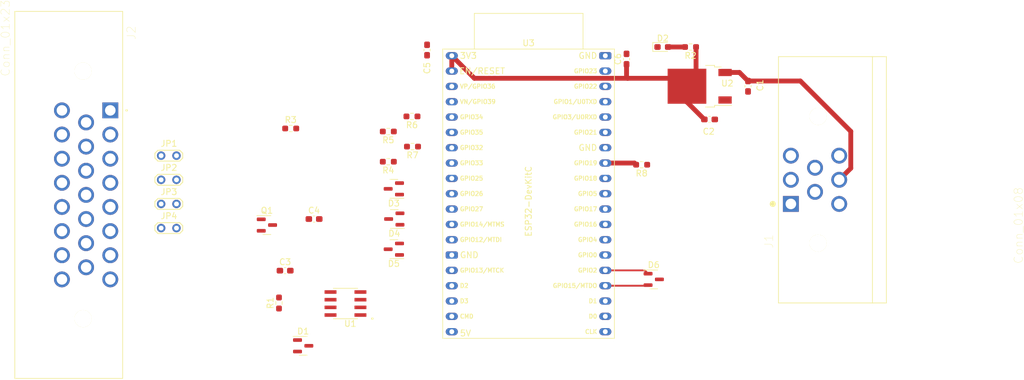
<source format=kicad_pcb>
(kicad_pcb (version 20211014) (generator pcbnew)
  (layers (0 "F.Cu" signal) (31 "B.Cu" signal) (34 "B.Paste" user) (35 "F.Paste" user) (36 "B.SilkS" user "B.Silkscreen") (37 "F.SilkS" user "F.Silkscreen") (38 "B.Mask" user) (39 "F.Mask" user) (44 "Edge.Cuts" user))
  (net 0 "")
  (net 1 "+12V")
  (net 2 "GND")
  (net 3 "VDD")
  (net 4 "+3V3")
  (net 5 "/CAN_N")
  (net 6 "/CAN_P")
  (net 7 "Net-(D2-Pad2)")
  (net 8 "/Brake_0")
  (net 9 "Net-(R6-Pad1)")
  (net 10 "/L_sus")
  (net 11 "/pedal_0")
  (net 12 "/R_wheel")
  (net 13 "/R_sus")
  (net 14 "/L_wheel")
  (net 15 "/Brake_1")
  (net 16 "/pedal_1")
  (net 17 "/stearing")
  (net 18 "/RTD_ind_out")
  (net 21 "Net-(J2-Pad10)")
  (net 22 "Net-(J2-Pad12)")
  (net 24 "/RTD_ind_sig")
  (net 25 "Net-(R7-Pad1)")
  (net 28 "/RTD_led")
  (net 29 "Net-(R5-Pad1)")
  (net 30 "/AMS_Led")
  (net 31 "/RTD_bttn")
  (net 33 "/IMD_led")
  (net 34 "/CAN_TX")
  (net 35 "/CAN_RX")
  (net 43 "/LORA_RX")
  (net 44 "/LORA_TX")
  (net 46 "/LORA NSS")
  (net 47 "/LORA Reset")
  (footprint "TestPoint:TestPoint_2Pads_Pitch2.54mm_Drill0.8mm" (layer "F.Cu") (at 92.5 124.5)
    (fp_text reference "JP4" (at 1.3 -2) (layer "F.SilkS"))
    (fp_text value "JOpen")
    (fp_line (start 3.07 0.9) (end -0.53 0.9) (layer "F.SilkS") (width 0.15))
    (fp_line (start 3.07 -0.9) (end 3.57 -0.4) (layer "F.SilkS") (width 0.15))
    (fp_line (start 3.57 -0.4) (end 3.57 0.4) (layer "F.SilkS") (width 0.15))
    (fp_line (start -1.03 0.4) (end -1.03 -0.4) (layer "F.SilkS") (width 0.15))
    (fp_line (start -0.53 -0.9) (end 3.07 -0.9) (layer "F.SilkS") (width 0.15))
    (fp_line (start 3.57 0.4) (end 3.07 0.9) (layer "F.SilkS") (width 0.15))
    (fp_line (start -0.53 0.9) (end -1.03 0.4) (layer "F.SilkS") (width 0.15))
    (fp_line (start -1.03 -0.4) (end -0.53 -0.9) (layer "F.SilkS") (width 0.15))
    (pad "1" thru_hole circle (at 0 0) (size 1.4 1.4) (drill 0.8) (layers *.Cu *.Mask) (net 1 "+12V"))
    (pad "2" thru_hole circle (at 2.54 0) (size 1.4 1.4) (drill 0.8) (layers *.Cu *.Mask) (net 22 "Net-(J2-Pad12)"))
  )
  (footprint "Capacitor_SMD:C_0603_1608Metric_Pad1.08x0.95mm_HandSolder" (layer "F.Cu") (at 136.5 95 -90)
    (fp_text reference "C5" (at 3 0 90) (layer "F.SilkS"))
    (fp_text value "0.1u")
    (fp_line (start -0.146267 -0.51) (end 0.146267 -0.51) (layer "F.SilkS") (width 0.12))
    (fp_line (start -0.146267 0.51) (end 0.146267 0.51) (layer "F.SilkS") (width 0.12))
    (pad "1" smd roundrect (at -0.8625 0 270) (size 1.075 0.95) (layers "F.Cu" "F.Paste" "F.Mask") (net 3 "VDD"))
    (pad "2" smd roundrect (at 0.8625 0 270) (size 1.075 0.95) (layers "F.Cu" "F.Paste" "F.Mask") (net 2 "GND"))
  )
  (footprint "LED_SMD:LED_0603_1608Metric_Pad1.05x0.95mm_HandSolder" (layer "F.Cu") (at 175.5 94.5)
    (fp_text reference "D2" (at 0 -1.43) (layer "F.SilkS"))
    (fp_text value "LED")
    (fp_line (start -1.66 -0.735) (end -1.66 0.735) (layer "F.SilkS") (width 0.12))
    (fp_line (start -1.66 0.735) (end 0.8 0.735) (layer "F.SilkS") (width 0.12))
    (fp_line (start 0.8 -0.735) (end -1.66 -0.735) (layer "F.SilkS") (width 0.12))
    (pad "1" smd roundrect (at -0.875 0) (size 1.05 0.95) (layers "F.Cu" "F.Paste" "F.Mask") (net 2 "GND"))
    (pad "2" smd roundrect (at 0.875 0) (size 1.05 0.95) (layers "F.Cu" "F.Paste" "F.Mask") (net 7 "Net-(D2-Pad2)"))
  )
  (footprint "Package_TO_SOT_SMD:SOT-23" (layer "F.Cu") (at 131 128 180)
    (fp_text reference "D5" (at 0 -2.4) (layer "F.SilkS"))
    (fp_text value "SP0502BAHT")
    (fp_line (start 0 1.56) (end -0.65 1.56) (layer "F.SilkS") (width 0.12))
    (fp_line (start 0 -1.56) (end -1.675 -1.56) (layer "F.SilkS") (width 0.12))
    (fp_line (start 0 1.56) (end 0.65 1.56) (layer "F.SilkS") (width 0.12))
    (fp_line (start 0 -1.56) (end 0.65 -1.56) (layer "F.SilkS") (width 0.12))
    (pad "1" smd roundrect (at -0.9375 -0.95 180) (size 1.475 0.6) (layers "F.Cu" "F.Paste" "F.Mask") (net 13 "/R_sus"))
    (pad "2" smd roundrect (at -0.9375 0.95 180) (size 1.475 0.6) (layers "F.Cu" "F.Paste" "F.Mask") (net 10 "/L_sus"))
    (pad "3" smd roundrect (at 0.9375 0 180) (size 1.475 0.6) (layers "F.Cu" "F.Paste" "F.Mask") (net 2 "GND"))
  )
  (footprint "TestPoint:TestPoint_2Pads_Pitch2.54mm_Drill0.8mm" (layer "F.Cu") (at 92.5 120.5)
    (fp_text reference "JP3" (at 1.3 -2) (layer "F.SilkS"))
    (fp_text value "JOpen")
    (fp_line (start -1.03 -0.4) (end -0.53 -0.9) (layer "F.SilkS") (width 0.15))
    (fp_line (start 3.07 0.9) (end -0.53 0.9) (layer "F.SilkS") (width 0.15))
    (fp_line (start -0.53 -0.9) (end 3.07 -0.9) (layer "F.SilkS") (width 0.15))
    (fp_line (start 3.07 -0.9) (end 3.57 -0.4) (layer "F.SilkS") (width 0.15))
    (fp_line (start 3.57 0.4) (end 3.07 0.9) (layer "F.SilkS") (width 0.15))
    (fp_line (start 3.57 -0.4) (end 3.57 0.4) (layer "F.SilkS") (width 0.15))
    (fp_line (start -0.53 0.9) (end -1.03 0.4) (layer "F.SilkS") (width 0.15))
    (fp_line (start -1.03 0.4) (end -1.03 -0.4) (layer "F.SilkS") (width 0.15))
    (pad "1" thru_hole circle (at 0 0) (size 1.4 1.4) (drill 0.8) (layers *.Cu *.Mask) (net 3 "VDD"))
    (pad "2" thru_hole circle (at 2.54 0) (size 1.4 1.4) (drill 0.8) (layers *.Cu *.Mask) (net 22 "Net-(J2-Pad12)"))
  )
  (footprint "Resistor_SMD:R_0603_1608Metric_Pad0.98x0.95mm_HandSolder" (layer "F.Cu") (at 172 114 180)
    (fp_text reference "R8" (at 0 -1.43) (layer "F.SilkS"))
    (fp_text value "10k")
    (fp_line (start -0.254724 0.5225) (end 0.254724 0.5225) (layer "F.SilkS") (width 0.12))
    (fp_line (start -0.254724 -0.5225) (end 0.254724 -0.5225) (layer "F.SilkS") (width 0.12))
    (pad "1" smd roundrect (at -0.9125 0 180) (size 0.975 0.95) (layers "F.Cu" "F.Paste" "F.Mask") (net 2 "GND"))
    (pad "2" smd roundrect (at 0.9125 0 180) (size 0.975 0.95) (layers "F.Cu" "F.Paste" "F.Mask") (net 47 "/LORA Reset"))
  )
  (footprint "Capacitor_SMD:C_0603_1608Metric_Pad1.08x0.95mm_HandSolder" (layer "F.Cu") (at 117.8 123)
    (fp_text reference "C4" (at 0 -1.43) (layer "F.SilkS"))
    (fp_text value "0.1u")
    (fp_line (start -0.146267 -0.51) (end 0.146267 -0.51) (layer "F.SilkS") (width 0.12))
    (fp_line (start -0.146267 0.51) (end 0.146267 0.51) (layer "F.SilkS") (width 0.12))
    (pad "1" smd roundrect (at -0.8625 0) (size 1.075 0.95) (layers "F.Cu" "F.Paste" "F.Mask") (net 4 "+3V3"))
    (pad "2" smd roundrect (at 0.8625 0) (size 1.075 0.95) (layers "F.Cu" "F.Paste" "F.Mask") (net 2 "GND"))
  )
  (footprint "Package_TO_SOT_SMD:TO-252-2" (layer "F.Cu") (at 181.6 101 180)
    (fp_text reference "U2" (at -4.575 0.475) (layer "F.SilkS"))
    (fp_text value "NCP1117-5.0_TO252")
    (fp_line (start -2.47 -3.18) (end -5.3 -3.18) (layer "F.SilkS") (width 0.12))
    (fp_line (start -0.97 -3.45) (end -2.47 -3.45) (layer "F.SilkS") (width 0.12))
    (fp_line (start -2.47 3.18) (end -3.57 3.18) (layer "F.SilkS") (width 0.12))
    (fp_line (start -2.47 -3.45) (end -2.47 -3.18) (layer "F.SilkS") (width 0.12))
    (fp_line (start -0.97 3.45) (end -2.47 3.45) (layer "F.SilkS") (width 0.12))
    (fp_line (start -2.47 3.45) (end -2.47 3.18) (layer "F.SilkS") (width 0.12))
    (pad "1" smd rect (at -4.2 -2.28 180) (size 2.2 1.2) (layers "F.Cu" "F.Paste" "F.Mask") (net 2 "GND"))
    (pad "2" smd rect (at 2.1 0 180) (size 6.4 5.8) (layers "F.Cu" "F.Mask") (net 3 "VDD"))
    (pad "3" smd rect (at -4.2 2.28 180) (size 2.2 1.2) (layers "F.Cu" "F.Paste" "F.Mask") (net 1 "+12V"))
  )
  (footprint "Resistor_SMD:R_0603_1608Metric_Pad0.98x0.95mm_HandSolder" (layer "F.Cu") (at 113.9375 108)
    (fp_text reference "R3" (at 0 -1.43) (layer "F.SilkS"))
    (fp_text value "10k")
    (fp_line (start -0.254724 0.5225) (end 0.254724 0.5225) (layer "F.SilkS") (width 0.12))
    (fp_line (start -0.254724 -0.5225) (end 0.254724 -0.5225) (layer "F.SilkS") (width 0.12))
    (pad "1" smd roundrect (at -0.9125 0) (size 0.975 0.95) (layers "F.Cu" "F.Paste" "F.Mask"))
    (pad "2" smd roundrect (at 0.9125 0) (size 0.975 0.95) (layers "F.Cu" "F.Paste" "F.Mask") (net 2 "GND"))
  )
  (footprint "Resistor_SMD:R_0603_1608Metric_Pad0.98x0.95mm_HandSolder" (layer "F.Cu") (at 130.0875 108.5 180)
    (fp_text reference "R5" (at 0 -1.43) (layer "F.SilkS"))
    (fp_text value "100")
    (fp_line (start -0.254724 -0.5225) (end 0.254724 -0.5225) (layer "F.SilkS") (width 0.12))
    (fp_line (start -0.254724 0.5225) (end 0.254724 0.5225) (layer "F.SilkS") (width 0.12))
    (pad "1" smd roundrect (at -0.9125 0 180) (size 0.975 0.95) (layers "F.Cu" "F.Paste" "F.Mask") (net 29 "Net-(R5-Pad1)"))
    (pad "2" smd roundrect (at 0.9125 0 180) (size 0.975 0.95) (layers "F.Cu" "F.Paste" "F.Mask") (net 33 "/IMD_led"))
  )
  (footprint "Package_TO_SOT_SMD:SOT-23" (layer "F.Cu") (at 174 133)
    (fp_text reference "D6" (at 0 -2.4) (layer "F.SilkS"))
    (fp_text value "SP0502BAHT")
    (fp_line (start 0 1.56) (end -0.65 1.56) (layer "F.SilkS") (width 0.12))
    (fp_line (start 0 -1.56) (end 0.65 -1.56) (layer "F.SilkS") (width 0.12))
    (fp_line (start 0 -1.56) (end -1.675 -1.56) (layer "F.SilkS") (width 0.12))
    (fp_line (start 0 1.56) (end 0.65 1.56) (layer "F.SilkS") (width 0.12))
    (pad "1" smd roundrect (at -0.9375 -0.95) (size 1.475 0.6) (layers "F.Cu" "F.Paste" "F.Mask") (net 8 "/Brake_0"))
    (pad "2" smd roundrect (at -0.9375 0.95) (size 1.475 0.6) (layers "F.Cu" "F.Paste" "F.Mask") (net 15 "/Brake_1"))
    (pad "3" smd roundrect (at 0.9375 0) (size 1.475 0.6) (layers "F.Cu" "F.Paste" "F.Mask") (net 2 "GND"))
  )
  (footprint "Resistor_SMD:R_0603_1608Metric_Pad0.98x0.95mm_HandSolder" (layer "F.Cu") (at 112 136.9125 90)
    (fp_text reference "R1" (at 0 -1.43 90) (layer "F.SilkS"))
    (fp_text value "120")
    (fp_line (start -0.254724 0.5225) (end 0.254724 0.5225) (layer "F.SilkS") (width 0.12))
    (fp_line (start -0.254724 -0.5225) (end 0.254724 -0.5225) (layer "F.SilkS") (width 0.12))
    (pad "1" smd roundrect (at -0.9125 0 90) (size 0.975 0.95) (layers "F.Cu" "F.Paste" "F.Mask") (net 6 "/CAN_P"))
    (pad "2" smd roundrect (at 0.9125 0 90) (size 0.975 0.95) (layers "F.Cu" "F.Paste" "F.Mask") (net 5 "/CAN_N"))
  )
  (footprint "TestPoint:TestPoint_2Pads_Pitch2.54mm_Drill0.8mm" (layer "F.Cu") (at 92.5 116.5)
    (fp_text reference "JP2" (at 1.3 -2) (layer "F.SilkS"))
    (fp_text value "JOpen")
    (fp_line (start -1.03 0.4) (end -1.03 -0.4) (layer "F.SilkS") (width 0.15))
    (fp_line (start -1.03 -0.4) (end -0.53 -0.9) (layer "F.SilkS") (width 0.15))
    (fp_line (start 3.07 -0.9) (end 3.57 -0.4) (layer "F.SilkS") (width 0.15))
    (fp_line (start -0.53 0.9) (end -1.03 0.4) (layer "F.SilkS") (width 0.15))
    (fp_line (start -0.53 -0.9) (end 3.07 -0.9) (layer "F.SilkS") (width 0.15))
    (fp_line (start 3.57 0.4) (end 3.07 0.9) (layer "F.SilkS") (width 0.15))
    (fp_line (start 3.07 0.9) (end -0.53 0.9) (layer "F.SilkS") (width 0.15))
    (fp_line (start 3.57 -0.4) (end 3.57 0.4) (layer "F.SilkS") (width 0.15))
    (pad "1" thru_hole circle (at 0 0) (size 1.4 1.4) (drill 0.8) (layers *.Cu *.Mask) (net 1 "+12V"))
    (pad "2" thru_hole circle (at 2.54 0) (size 1.4 1.4) (drill 0.8) (layers *.Cu *.Mask) (net 21 "Net-(J2-Pad10)"))
  )
  (footprint "Package_TO_SOT_SMD:SOT-23" (layer "F.Cu") (at 110 124)
    (fp_text reference "Q1" (at 0 -2.4) (layer "F.SilkS"))
    (fp_text value "2N7002")
    (fp_line (start 0 1.56) (end -0.65 1.56) (layer "F.SilkS") (width 0.12))
    (fp_line (start 0 -1.56) (end -1.675 -1.56) (layer "F.SilkS") (width 0.12))
    (fp_line (start 0 1.56) (end 0.65 1.56) (layer "F.SilkS") (width 0.12))
    (fp_line (start 0 -1.56) (end 0.65 -1.56) (layer "F.SilkS") (width 0.12))
    (pad "1" smd roundrect (at -0.9375 -0.95) (size 1.475 0.6) (layers "F.Cu" "F.Paste" "F.Mask") (net 24 "/RTD_ind_sig"))
    (pad "2" smd roundrect (at -0.9375 0.95) (size 1.475 0.6) (layers "F.Cu" "F.Paste" "F.Mask") (net 2 "GND"))
    (pad "3" smd roundrect (at 0.9375 0) (size 1.475 0.6) (layers "F.Cu" "F.Paste" "F.Mask") (net 18 "/RTD_ind_out"))
  )
  (footprint "Espressif:ESP32-DevKitC" (layer "F.Cu") (at 140.58532 95.94324)
    (fp_text reference "U3" (at 12.70368 -2.09728) (layer "F.SilkS"))
    (fp_text value "ESP32-DevKitC" (at 12.70368 24.13272 90) (layer "F.SilkS"))
    (fp_text user "GPIO16" (at 24.13368 27.94272 unlocked) (layer "F.SilkS") (effects (font (size 0.7 0.7)) (justify right)))
    (fp_text user "GPIO13/MTCK" (at 1.27368 35.56272 unlocked) (layer "F.SilkS") (effects (font (size 0.7 0.7)) (justify left)))
    (fp_text user "D1" (at 24.13368 40.64272 unlocked) (layer "F.SilkS") (effects (font (size 0.7 0.7)) (justify right)))
    (fp_text user "GPIO23" (at 24.13368 2.54272 unlocked) (layer "F.SilkS") (effects (font (size 0.7 0.7)) (justify right)))
    (fp_text user "GPIO21" (at 24.13368 12.70272 unlocked) (layer "F.SilkS") (effects (font (size 0.7 0.7)) (justify right)))
    (fp_text user "CLK" (at 24.13368 45.72272 unlocked) (layer "F.SilkS") (effects (font (size 0.7 0.7)) (justify right)))
    (fp_text user "GPIO17" (at 24.13368 25.40272 unlocked) (layer "F.SilkS") (effects (font (size 0.7 0.7)) (justify right)))
    (fp_text user "D2" (at 1.27368 38.10272 unlocked) (layer "F.SilkS") (effects (font (size 0.7 0.7)) (justify left)))
    (fp_text user "GPIO26" (at 1.27368 22.86272 unlocked) (layer "F.SilkS") (effects (font (size 0.7 0.7)) (justify left)))
    (fp_text user "GPIO0" (at 24.13368 33.02272 unlocked) (layer "F.SilkS") (effects (font (size 0.7 0.7)) (justify right)))
    (fp_text user "GPIO18" (at 24.13368 20.32272 unlocked) (layer "F.SilkS") (effects (font (size 0.7 0.7)) (justify right)))
    (fp_text user "GPIO19" (at 24.13368 17.78272 unlocked) (layer "F.SilkS") (effects (font (size 0.7 0.7)) (justify right)))
    (fp_text user "D3" (at 1.27368 40.64272 unlocked) (layer "F.SilkS") (effects (font (size 0.7 0.7)) (justify left)))
    (fp_text user "GPIO27" (at 1.27368 25.40272 unlocked) (layer "F.SilkS") (effects (font (size 0.7 0.7)) (justify left)))
    (fp_text user "GPIO14/MTMS" (at 1.27368 27.94272 unlocked) (layer "F.SilkS") (effects (font (size 0.7 0.7)) (justify left)))
    (fp_text user "GPIO32" (at 1.27368 15.24272 unlocked) (layer "F.SilkS") (effects (font (size 0.7 0.7)) (justify left)))
    (fp_text user "GPIO5" (at 24.13368 22.86272 unlocked) (layer "F.SilkS") (effects (font (size 0.7 0.7)) (justify right)))
    (fp_text user "GPIO2" (at 24.13368 35.56272 unlocked) (layer "F.SilkS") (effects (font (size 0.7 0.7)) (justify right)))
    (fp_text user "3V3" (at 1.27368 0.00272 unlocked) (layer "F.SilkS") (effects (justify left)))
    (fp_text user "GPIO25" (at 1.27368 20.32272 unlocked) (layer "F.SilkS") (effects (font (size 0.7 0.7)) (justify left)))
    (fp_text user "D0" (at 24.13368 43.18272 unlocked) (layer "F.SilkS") (effects (font (size 0.7 0.7)) (justify right)))
    (fp_text user "GPIO1/U0TXD" (at 24.13368 7.62272 unlocked) (layer "F.SilkS") (effects (font (size 0.7 0.7)) (justify right)))
    (fp_text user "GPIO22" (at 24.13368 5.08272 unlocked) (layer "F.SilkS") (effects (font (size 0.7 0.7)) (justify right)))
    (fp_text user "CMD" (at 1.27368 43.18272 unlocked) (layer "F.SilkS") (effects (font (size 0.7 0.7)) (justify left)))
    (fp_text user "GPIO34" (at 1.27368 10.16272 unlocked) (layer "F.SilkS") (effects (font (size 0.7 0.7)) (justify left)))
    (fp_text user "VP/GPIO36" (at 1.27368 5.08272 unlocked) (layer "F.SilkS") (effects (font (size 0.7 0.7)) (justify left)))
    (fp_text user "EN/RESET" (at 8.89 2.54 unlocked) (layer "F.SilkS") (effects (justify right)))
    (fp_text user "GND" (at 1.27368 33.02272 unlocked) (layer "F.SilkS") (effects (justify left)))
    (fp_text user "5V" (at 1.27 45.974 unlocked) (layer "F.SilkS") (effects (justify left)))
    (fp_text user "GND" (at 24.13368 15.24272 unlocked) (layer "F.SilkS") (effects (justify right)))
    (fp_text user "GND" (at 24.13368 0.00272 unlocked) (layer "F.SilkS") (effects (justify right)))
    (fp_text user "GPIO3/U0RXD" (at 24.13368 10.16272 unlocked) (layer "F.SilkS") (effects (font (size 0.7 0.7)) (justify right)))
    (fp_text user "GPIO4" (at 24.13368 30.48272 unlocked) (layer "F.SilkS") (effects (font (size 0.7 0.7)) (justify right)))
    (fp_text user "GPIO12/MTDI" (at 1.27368 30.48272 unlocked) (layer "F.SilkS") (effects (font (size 0.7 0.7)) (justify left)))
    (fp_text user "GPIO15/MTDO" (at 24.13368 38.10272 unlocked) (layer "F.SilkS") (effects (font (size 0.7 0.7)) (justify right)))
    (fp_text user "GPIO35" (at 1.27368 12.70272 unlocked) (layer "F.SilkS") (effects (font (size 0.7 0.7)) (justify left)))
    (fp_text user "VN/GPIO39" (at 1.27368 7.62272 unlocked) (layer "F.SilkS") (effects (font (size 0.7 0.7)) (justify left)))
    (fp_text user "GPIO33" (at 1.27368 17.78272 unlocked) (layer "F.SilkS") (effects (font (size 0.7 0.7)) (justify left)))
    (fp_line (start -1.49632 46.82272) (end 26.903679 46.82272) (layer "F.SilkS") (width 0.12))
    (fp_line (start 26.90368 -1.09728) (end -1.496319 -1.09728) (layer "F.SilkS") (width 0.12))
    (fp_line (start -1.496319 -1.09728) (end -1.49632 46.82272) (layer "F.SilkS") (width 0.12))
    (fp_line (start 3.7338 -7.0104) (end 21.717 -7.0104) (layer "F.SilkS") (width 0.12))
    (fp_line (start 3.7338 -1.1176) (end 3.7338 -7.0104) (layer "F.SilkS") (width 0.12))
    (fp_line (start 21.717 -7.0104) (end 21.717 -1.1176) (layer "F.SilkS") (width 0.12))
    (fp_line (start 26.903679 46.82272) (end 26.90368 -1.09728) (layer "F.SilkS") (width 0.12))
    (pad "1" thru_hole oval locked (at 0.00368 0.00272 270) (size 1.2 2) (drill 0.8) (layers *.Cu *.Mask) (net 3 "VDD"))
    (pad "2" thru_hole oval locked (at 0.00368 2.54272 270) (size 1.2 2) (drill 0.8) (layers *.Cu *.Mask) (net 3 "VDD"))
    (pad "3" thru_hole oval locked (at 0.00368 5.08272 270) (size 1.2 2) (drill 0.8) (layers *.Cu *.Mask))
    (pad "4" thru_hole oval locked (at 0.00368 7.62272 270) (size 1.2 2) (drill 0.8) (layers *.Cu *.Mask))
    (pad "5" thru_hole oval locked (at 0.00368 10.16272 270) (size 1.2 2) (drill 0.8) (layers *.Cu *.Mask) (net 9 "Net-(R6-Pad1)"))
    (pad "6" thru_hole oval locked (at 0.00368 12.70272 270) (size 1.2 2) (drill 0.8) (layers *.Cu *.Mask) (net 29 "Net-(R5-Pad1)"))
    (pad "7" thru_hole oval locked (at 0.00368 15.24272 270) (size 1.2 2) (drill 0.8) (layers *.Cu *.Mask) (net 25 "Net-(R7-Pad1)"))
    (pad "8" thru_hole oval locked (at 0.00368 17.78272 270) (size 1.2 2) (drill 0.8) (layers *.Cu *.Mask) (net 31 "/RTD_bttn"))
    (pad "9" thru_hole oval locked (at 0.00368 20.32272 270) (size 1.2 2) (drill 0.8) (layers *.Cu *.Mask) (net 17 "/stearing"))
    (pad "10" thru_hole oval locked (at 0.00368 22.86272 270) (size 1.2 2) (drill 0.8) (layers *.Cu *.Mask) (net 16 "/pedal_1"))
    (pad "11" thru_hole oval locked (at 0.00368 25.40272 270) (size 1.2 2) (drill 0.8) (layers *.Cu *.Mask) (net 14 "/L_wheel"))
    (pad "12" thru_hole oval locked (at 0.00368 27.94272 270) (size 1.2 2) (drill 0.8) (layers *.Cu *.Mask) (net 12 "/R_wheel"))
    (pad "13" thru_hole oval locked (at 0.00368 30.48272 270) (size 1.2 2) (drill 0.8) (layers *.Cu *.Mask) (net 10 "/L_sus"))
    (pad "14" thru_hole roundrect locked (at 0.00368 33.02272 270) (size 1.2 2) (drill 0.8) (layers *.Cu *.Mask) (net 2 "GND"))
    (pad "15" thru_hole oval locked (at 0.00368 35.56272 270) (size 1.2 2) (drill 0.8) (layers *.Cu *.Mask) (net 13 "/R_sus"))
    (pad "16" thru_hole oval locked (at 0.00368 38.10272 270) (size 1.2 2) (drill 0.8) (layers *.Cu *.Mask) (net 35 "/CAN_RX"))
    (pad "17" thru_hole oval locked (at 0.00368 40.64272 270) (size 1.2 2) (drill 0.8) (layers *.Cu *.Mask) (net 34 "/CAN_TX"))
    (pad "18" thru_hole oval locked (at 0.00368 43.18272 270) (size 1.2 2) (drill 0.8) (layers *.Cu *.Mask))
    (pad "19" thru_hole oval locked (at 0.00368 45.72272 270) (size 1.2 2) (drill 0.8) (layers *.Cu *.Mask))
    (pad "20" thru_hole oval locked (at 25.4 45.72 270) (size 1.2 2) (drill 0.8) (layers *.Cu *.Mask))
    (pad "21" thru_hole oval locked (at 25.4 43.18 270) (size 1.2 2) (drill 0.8) (layers *.Cu *.Mask))
    (pad "22" thru_hole oval locked (at 25.40368 40.64272 270) (size 1.2 2) (drill 0.8) (layers *.Cu *.Mask))
    (pad "23" thru_hole oval locked (at 25.40368 38.10272 270) (size 1.2 2) (drill 0.8) (layers *.Cu *.Mask) (net 15 "/Brake_1"))
    (pad "24" thru_hole oval locked (at 25.40368 35.56272 270) (size 1.2 2) (drill 0.8) (layers *.Cu *.Mask) (net 8 "/Brake_0"))
    (pad "25" thru_hole oval locked (at 25.40368 33.02272 270) (size 1.2 2) (drill 0.8) (layers *.Cu *.Mask))
    (pad "26" thru_hole oval locked (at 25.40368 30.48272 270) (size 1.2 2) (drill 0.8) (layers *.Cu *.Mask) (net 11 "/pedal_0"))
    (pad "27" thru_hole oval locked (at 25.40368 27.94272 270) (size 1.2 2) (drill 0.8) (layers *.Cu *.Mask) (net 43 "/LORA_RX"))
    (pad "28" thru_hole oval locked (at 25.40368 25.40272 270) (size 1.2 2) (drill 0.8) (layers *.Cu *.Mask) (net 44 "/LORA_TX"))
    (pad "29" thru_hole oval locked (at 25.40368 22.86272 270) (size 1.2 2) (drill 0.8) (layers *.Cu *.Mask))
    (pad "30" thru_hole oval locked (at 25.40368 20.32272 270) (size 1.2 2) (drill 0.8) (layers *.Cu *.Mask) (net 46 "/LORA NSS"))
    (pad "31" thru_hole oval locked (at 25.40368 17.78272 270) (size 1.2 2) (drill 0.8) (layers *.Cu *.Mask) (net 47 "/LORA Reset"))
    (pad "32" thru_hole oval locked (at 25.40368 15.24272 270) (size 1.2 2) (drill 0.8) (layers *.Cu *.Mask) (net 2 "GND"))
    (pad "33" thru_hole oval locked (at 25.40368 12.70272 270) (size 1.2 2) (drill 0.8) (layers *.Cu *.Mask))
    (pad "34" thru_hole oval locked (at 25.40368 10.16272 270) (size 1.2 2) (drill 0.8) (layers *.Cu *.Mask))
    (pad "35" thru_hole oval locked (at 25.40368 7.62272 270) (size 1.2 2) (drill 0.8) (layers *.Cu *.Mask))
    (pad "36" thru_hole oval locked (at 25.40368 5.08272 270) (size 1.2 2) (drill 0.8) (layers *.Cu *.Mask))
    (pad "37" thru_hole oval locked (at 25.40368 2.54272 270) (size 1.2 2) (drill 0.8) (layers *.Cu *.Mask))
    (pad "38" thru_hole roundrect locked (at 25.40368 0.00272 270) (size 1.2 2) (drill 0.8) (layers *.Cu *.Mask) (net 2 "GND"))
  )
  (footprint "Resistor_SMD:R_0603_1608Metric_Pad0.98x0.95mm_HandSolder" (layer "F.Cu") (at 134 106 180)
    (fp_text reference "R6" (at 0 -1.43) (layer "F.SilkS"))
    (fp_text value "100")
    (fp_line (start -0.254724 0.5225) (end 0.254724 0.5225) (layer "F.SilkS") (width 0.12))
    (fp_line (start -0.254724 -0.5225) (end 0.254724 -0.5225) (layer "F.SilkS") (width 0.12))
    (pad "1" smd roundrect (at -0.9125 0 180) (size 0.975 0.95) (layers "F.Cu" "F.Paste" "F.Mask") (net 9 "Net-(R6-Pad1)"))
    (pad "2" smd roundrect (at 0.9125 0 180) (size 0.975 0.95) (layers "F.Cu" "F.Paste" "F.Mask") (net 30 "/AMS_Led"))
  )
  (footprint "Resistor_SMD:R_0603_1608Metric_Pad0.98x0.95mm_HandSolder" (layer "F.Cu") (at 134.0875 111 180)
    (fp_text reference "R7" (at 0 -1.43) (layer "F.SilkS"))
    (fp_text value "100")
    (fp_line (start -0.254724 -0.5225) (end 0.254724 -0.5225) (layer "F.SilkS") (width 0.12))
    (fp_line (start -0.254724 0.5225) (end 0.254724 0.5225) (layer "F.SilkS") (width 0.12))
    (pad "1" smd roundrect (at -0.9125 0 180) (size 0.975 0.95) (layers "F.Cu" "F.Paste" "F.Mask") (net 25 "Net-(R7-Pad1)"))
    (pad "2" smd roundrect (at 0.9125 0 180) (size 0.975 0.95) (layers "F.Cu" "F.Paste" "F.Mask") (net 28 "/RTD_led"))
  )
  (footprint "Resistor_SMD:R_0603_1608Metric_Pad0.98x0.95mm_HandSolder" (layer "F.Cu") (at 130.0875 113.5 180)
    (fp_text reference "R4" (at 0 -1.43) (layer "F.SilkS"))
    (fp_text value "10k")
    (fp_line (start -0.254724 -0.5225) (end 0.254724 -0.5225) (layer "F.SilkS") (width 0.12))
    (fp_line (start -0.254724 0.5225) (end 0.254724 0.5225) (layer "F.SilkS") (width 0.12))
    (pad "1" smd roundrect (at -0.9125 0 180) (size 0.975 0.95) (layers "F.Cu" "F.Paste" "F.Mask") (net 31 "/RTD_bttn"))
    (pad "2" smd roundrect (at 0.9125 0 180) (size 0.975 0.95) (layers "F.Cu" "F.Paste" "F.Mask") (net 3 "VDD"))
  )
  (footprint "Package_TO_SOT_SMD:SOT-23" (layer "F.Cu") (at 116 144)
    (fp_text reference "D1" (at 0 -2.4) (layer "F.SilkS"))
    (fp_text value "DESD2CAN2SOQ-7")
    (fp_line (start 0 -1.56) (end 0.65 -1.56) (layer "F.SilkS") (width 0.12))
    (fp_line (start 0 -1.56) (end -1.675 -1.56) (layer "F.SilkS") (width 0.12))
    (fp_line (start 0 1.56) (end -0.65 1.56) (layer "F.SilkS") (width 0.12))
    (fp_line (start 0 1.56) (end 0.65 1.56) (layer "F.SilkS") (width 0.12))
    (pad "1" smd roundrect (at -0.9375 -0.95) (size 1.475 0.6) (layers "F.Cu" "F.Paste" "F.Mask") (net 5 "/CAN_N"))
    (pad "2" smd roundrect (at -0.9375 0.95) (size 1.475 0.6) (layers "F.Cu" "F.Paste" "F.Mask") (net 6 "/CAN_P"))
    (pad "3" smd roundrect (at 0.9375 0) (size 1.475 0.6) (layers "F.Cu" "F.Paste" "F.Mask") (net 2 "GND"))
  )
  (footprint "Capacitor_SMD:C_0603_1608Metric_Pad1.08x0.95mm_HandSolder" (layer "F.Cu") (at 183.2375 106.5)
    (fp_text reference "C2" (at -0.146267 2) (layer "F.SilkS"))
    (fp_text value "10uF")
    (fp_line (start -0.146267 0.51) (end 0.146267 0.51) (layer "F.SilkS") (width 0.12))
    (fp_line (start -0.146267 -0.51) (end 0.146267 -0.51) (layer "F.SilkS") (width 0.12))
    (pad "1" smd roundrect (at -0.8625 0) (size 1.075 0.95) (layers "F.Cu" "F.Paste" "F.Mask") (net 3 "VDD"))
    (pad "2" smd roundrect (at 0.8625 0) (size 1.075 0.95) (layers "F.Cu" "F.Paste" "F.Mask") (net 2 "GND"))
  )
  (footprint "Capacitor_SMD:C_0603_1608Metric_Pad1.08x0.95mm_HandSolder" (layer "F.Cu") (at 189.6 101 -90)
    (fp_text reference "C1" (at -0.146267 -2 90) (layer "F.SilkS"))
    (fp_text value "10uF")
    (fp_line (start -0.146267 0.51) (end 0.146267 0.51) (layer "F.SilkS") (width 0.12))
    (fp_line (start -0.146267 -0.51) (end 0.146267 -0.51) (layer "F.SilkS") (width 0.12))
    (pad "1" smd roundrect (at -0.8625 0 270) (size 1.075 0.95) (layers "F.Cu" "F.Paste" "F.Mask") (net 1 "+12V"))
    (pad "2" smd roundrect (at 0.8625 0 270) (size 1.075 0.95) (layers "F.Cu" "F.Paste" "F.Mask") (net 2 "GND"))
  )
  (footprint "TestPoint:TestPoint_2Pads_Pitch2.54mm_Drill0.8mm" (layer "F.Cu") (at 92.5 112.5)
    (fp_text reference "JP1" (at 1.3 -2) (layer "F.SilkS"))
    (fp_text value "JOpen")
    (fp_line (start 3.57 -0.4) (end 3.57 0.4) (layer "F.SilkS") (width 0.15))
    (fp_line (start -1.03 -0.4) (end -0.53 -0.9) (layer "F.SilkS") (width 0.15))
    (fp_line (start 3.07 -0.9) (end 3.57 -0.4) (layer "F.SilkS") (width 0.15))
    (fp_line (start 3.07 0.9) (end -0.53 0.9) (layer "F.SilkS") (width 0.15))
    (fp_line (start 3.57 0.4) (end 3.07 0.9) (layer "F.SilkS") (width 0.15))
    (fp_line (start -0.53 -0.9) (end 3.07 -0.9) (layer "F.SilkS") (width 0.15))
    (fp_line (start -0.53 0.9) (end -1.03 0.4) (layer "F.SilkS") (width 0.15))
    (fp_line (start -1.03 0.4) (end -1.03 -0.4) (layer "F.SilkS") (width 0.15))
    (pad "1" thru_hole circle (at 0 0) (size 1.4 1.4) (drill 0.8) (layers *.Cu *.Mask) (net 3 "VDD"))
    (pad "2" thru_hole circle (at 2.54 0) (size 1.4 1.4) (drill 0.8) (layers *.Cu *.Mask) (net 21 "Net-(J2-Pad10)"))
  )
  (footprint "AERO_Footprints:TE_1-776280-1_8pin_Horizontal" (layer "F.Cu") (at 201.1875 116.5 90)
    (fp_text reference "J1" (at -10.1999 -8.14372 90) (layer "F.SilkS") (effects (font (size 1.40081 1.40081) (thickness 0.05))))
    (fp_text value "Conn_01x08" (at -7.56757 33.1663 90) (layer "F.SilkS") (effects (font (size 1.40234 1.40234) (thickness 0.05))))
    (fp_text user "PCB~{EDGE}" (at -4.00474 8.51007 90) (layer "Edge.Cuts") (effects (font (thickness 0.05))))
    (fp_line (start 11.7 11.3) (end -20.4 11.3) (layer "F.SilkS") (width 0.127))
    (fp_line (start 20.4 11.3) (end 11.7 11.3) (layer "F.SilkS") (width 0.127))
    (fp_line (start 20.4 9) (end -20.4 9) (layer "F.SilkS") (width 0.127))
    (fp_line (start 20.4 -6.55) (end 20.4 9) (layer "F.SilkS") (width 0.127))
    (fp_line (start -20.4 9) (end -20.4 -6.55) (layer "F.SilkS") (width 0.127))
    (fp_line (start -20.4 11.3) (end -20.4 9) (layer "F.SilkS") (width 0.127))
    (fp_line (start 20.4 9) (end 20.4 11.3) (layer "F.SilkS") (width 0.127))
    (fp_line (start -20.4 -6.55) (end 20.4 -6.55) (layer "F.SilkS") (width 0.127))
    (fp_circle (center -4 -7.5) (end -3.75 -7.5) (layer "F.SilkS") (width 0.5) (fill none))
    (pad "" np_thru_hole circle (at 10.5 0 90) (size 2.85 2.85) (drill 2.85) (layers *.Cu *.Mask "F.SilkS"))
    (pad "" np_thru_hole circle (at -10.5 0 90) (size 2.85 2.85) (drill 2.85) (layers *.Cu *.Mask "F.SilkS"))
    (pad "1" thru_hole rect (at -4 -4.5 90) (size 2.625 2.625) (drill 1.75) (layers *.Cu *.Mask))
    (pad "2" thru_hole circle (at 0 -4.5 90) (size 2.625 2.625) (drill 1.75) (layers *.Cu *.Mask))
    (pad "3" thru_hole circle (at 4 -4.5 90) (size 2.625 2.625) (drill 1.75) (layers *.Cu *.Mask))
    (pad "4" thru_hole circle (at -2 -0.5 90) (size 2.625 2.625) (drill 1.75) (layers *.Cu *.Mask) (net 5 "/CAN_N"))
    (pad "5" thru_hole circle (at 2 -0.5 90) (size 2.625 2.625) (drill 1.75) (layers *.Cu *.Mask) (net 6 "/CAN_P"))
    (pad "6" thru_hole circle (at -4 3.5 90) (size 2.625 2.625) (drill 1.75) (layers *.Cu *.Mask) (net 18 "/RTD_ind_out"))
    (pad "7" thru_hole circle (at 0 3.5 90) (size 2.625 2.625) (drill 1.75) (layers *.Cu *.Mask) (net 1 "+12V"))
    (pad "8" thru_hole circle (at 4 3.5 90) (size 2.625 2.625) (drill 1.75) (layers *.Cu *.Mask) (net 2 "GND"))
  )
  (footprint "AERO_Footprints:TE_1-770669-1_23pin_Horizontal" (layer "F.Cu") (at 84.0875 105 -90)
    (fp_text reference "J2" (at -12.855 -3.49198 90) (layer "F.SilkS") (effects (font (size 1.4012 1.4012) (thickness 0.05))))
    (fp_text value "Conn_01x23" (at -11.9739 17.3384 90) (layer "F.SilkS") (effects (font (size 1.40221 1.40221) (thickness 0.05))))
    (fp_line (start 44.4 15.8) (end 44.4 -2.05) (layer "F.SilkS") (width 0.127))
    (fp_line (start 44.4 15.8) (end -16.4 15.8) (layer "F.SilkS") (width 0.127))
    (fp_line (start -16.4 -2.05) (end -16.4 15.8) (layer "F.SilkS") (width 0.127))
    (fp_line (start 44.4 -2.05) (end -16.4 -2.05) (layer "F.SilkS") (width 0.127))
    (fp_circle (center 0 -2.7) (end 0.1 -2.7) (layer "F.SilkS") (width 0.2) (fill none))
    (pad "" np_thru_hole circle (at 34.5 4.5 270) (size 2.85 2.85) (drill 2.85) (layers *.Cu *.Mask "F.SilkS"))
    (pad "" np_thru_hole circle (at -6.5 4.5 270) (size 2.85 2.85) (drill 2.85) (layers *.Cu *.Mask "F.SilkS"))
    (pad "1" thru_hole rect (at 0 0 270) (size 2.625 2.625) (drill 1.75) (layers *.Cu *.Mask) (net 12 "/R_wheel"))
    (pad "2" thru_hole circle (at 4 0 270) (size 2.625 2.625) (drill 1.75) (layers *.Cu *.Mask) (net 1 "+12V"))
    (pad "3" thru_hole circle (at 8 0 270) (size 2.625 2.625) (drill 1.75) (layers *.Cu *.Mask) (net 14 "/L_wheel"))
    (pad "4" thru_hole circle (at 12 0 270) (size 2.625 2.625) (drill 1.75) (layers *.Cu *.Mask) (net 1 "+12V"))
    (pad "5" thru_hole circle (at 16 0 270) (size 2.625 2.625) (drill 1.75) (layers *.Cu *.Mask) (net 13 "/R_sus"))
    (pad "6" thru_hole circle (at 20 0 270) (size 2.625 2.625) (drill 1.75) (layers *.Cu *.Mask) (net 3 "VDD"))
    (pad "7" thru_hole circle (at 24 0 270) (size 2.625 2.625) (drill 1.75) (layers *.Cu *.Mask) (net 10 "/L_sus"))
    (pad "8" thru_hole circle (at 28 0 270) (size 2.625 2.625) (drill 1.75) (layers *.Cu *.Mask) (net 3 "VDD"))
    (pad "9" thru_hole circle (at 2 4 270) (size 2.625 2.625) (drill 1.75) (layers *.Cu *.Mask) (net 11 "/pedal_0"))
    (pad "10" thru_hole circle (at 6 4 270) (size 2.625 2.625) (drill 1.75) (layers *.Cu *.Mask) (net 21 "Net-(J2-Pad10)"))
    (pad "11" thru_hole circle (at 10 4 270) (size 2.625 2.625) (drill 1.75) (layers *.Cu *.Mask) (net 16 "/pedal_1"))
    (pad "12" thru_hole circle (at 14 4 270) (size 2.625 2.625) (drill 1.75) (layers *.Cu *.Mask) (net 22 "Net-(J2-Pad12)"))
    (pad "13" thru_hole circle (at 18 4 270) (size 2.625 2.625) (drill 1.75) (layers *.Cu *.Mask) (net 8 "/Brake_0"))
    (pad "14" thru_hole circle (at 22 4 270) (size 2.625 2.625) (drill 1.75) (layers *.Cu *.Mask) (net 3 "VDD"))
    (pad "15" thru_hole circle (at 26 4 270) (size 2.625 2.625) (drill 1.75) (layers *.Cu *.Mask) (net 15 "/Brake_1"))
    (pad "16" thru_hole circle (at 0 8 270) (size 2.625 2.625) (drill 1.75) (layers *.Cu *.Mask) (net 3 "VDD"))
    (pad "17" thru_hole circle (at 4 8 270) (size 2.625 2.625) (drill 1.75) (layers *.Cu *.Mask) (net 17 "/stearing"))
    (pad "18" thru_hole circle (at 8 8 270) (size 2.625 2.625) (drill 1.75) (layers *.Cu *.Mask) (net 47 "/LORA Reset"))
    (pad "19" thru_hole circle (at 12 8 270) (size 2.625 2.625) (drill 1.75) (layers *.Cu *.Mask) (net 46 "/LORA NSS"))
    (pad "20" thru_hole circle (at 16 8 270) (size 2.625 2.625) (drill 1.75) (layers *.Cu *.Mask) (net 43 "/LORA_RX"))
    (pad "21" thru_hole circle (at 20 8 270) (size 2.625 2.625) (drill 1.75) (layers *.Cu *.Mask) (net 44 "/LORA_TX"))
    (pad "22" thru_hole circle (at 24 8 270) (size 2.625 2.625) (drill 1.75) (layers *.Cu *.Mask) (net 30 "/AMS_Led"))
    (pad "23" thru_hole circle (at 28 8 270) (size 2.625 2.625) (drill 1.75) (layers *.Cu *.Mask) (net 33 "/IMD_led"))
  )
  (footprint "Package_TO_SOT_SMD:SOT-23" (layer "F.Cu") (at 131.0762 123 180)
    (fp_text reference "D4" (at 0 -2.4) (layer "F.SilkS"))
    (fp_text value "SP0502BAHT")
    (fp_line (start 0 1.56) (end 0.65 1.56) (layer "F.SilkS") (width 0.12))
    (fp_line (start 0 -1.56) (end -1.675 -1.56) (layer "F.SilkS") (width 0.12))
    (fp_line (start 0 1.56) (end -0.65 1.56) (layer "F.SilkS") (width 0.12))
    (fp_line (start 0 -1.56) (end 0.65 -1.56) (layer "F.SilkS") (width 0.12))
    (pad "1" smd roundrect (at -0.9375 -0.95 180) (size 1.475 0.6) (layers "F.Cu" "F.Paste" "F.Mask") (net 12 "/R_wheel"))
    (pad "2" smd roundrect (at -0.9375 0.95 180) (size 1.475 0.6) (layers "F.Cu" "F.Paste" "F.Mask") (net 14 "/L_wheel"))
    (pad "3" smd roundrect (at 0.9375 0 180) (size 1.475 0.6) (layers "F.Cu" "F.Paste" "F.Mask") (net 2 "GND"))
  )
  (footprint "Resistor_SMD:R_0603_1608Metric_Pad0.98x0.95mm_HandSolder" (layer "F.Cu") (at 180.0875 94.5 180)
    (fp_text reference "R2" (at 0 -1.43) (layer "F.SilkS"))
    (fp_text value "330")
    (fp_line (start -0.254724 -0.5225) (end 0.254724 -0.5225) (layer "F.SilkS") (width 0.12))
    (fp_line (start -0.254724 0.5225) (end 0.254724 0.5225) (layer "F.SilkS") (width 0.12))
    (pad "1" smd roundrect (at -0.9125 0 180) (size 0.975 0.95) (layers "F.Cu" "F.Paste" "F.Mask") (net 3 "VDD"))
    (pad "2" smd roundrect (at 0.9125 0 180) (size 0.975 0.95) (layers "F.Cu" "F.Paste" "F.Mask") (net 7 "Net-(D2-Pad2)"))
  )
  (footprint "Package_TO_SOT_SMD:SOT-23" (layer "F.Cu") (at 131 118 180)
    (fp_text reference "D3" (at 0 -2.4) (layer "F.SilkS"))
    (fp_text value "SP0502BAHT")
    (fp_line (start 0 1.56) (end 0.65 1.56) (layer "F.SilkS") (width 0.12))
    (fp_line (start 0 1.56) (end -0.65 1.56) (layer "F.SilkS") (width 0.12))
    (fp_line (start 0 -1.56) (end 0.65 -1.56) (layer "F.SilkS") (width 0.12))
    (fp_line (start 0 -1.56) (end -1.675 -1.56) (layer "F.SilkS") (width 0.12))
    (pad "1" smd roundrect (at -0.9375 -0.95 180) (size 1.475 0.6) (layers "F.Cu" "F.Paste" "F.Mask") (net 16 "/pedal_1"))
    (pad "2" smd roundrect (at -0.9375 0.95 180) (size 1.475 0.6) (layers "F.Cu" "F.Paste" "F.Mask") (net 17 "/stearing"))
    (pad "3" smd roundrect (at 0.9375 0 180) (size 1.475 0.6) (layers "F.Cu" "F.Paste" "F.Mask") (net 2 "GND"))
  )
  (footprint "AERO_Footprints:SOIC127P600X175-8N" (layer "F.Cu") (at 123 137 180)
    (fp_text reference "U1" (at -0.795 -3.332) (layer "F.SilkS"))
    (fp_text value "MAX33054EASA+T")
    (fp_line (start -2 2.52) (end 2 2.52) (layer "F.SilkS") (width 0.127))
    (fp_line (start -2 -2.52) (end 2 -2.52) (layer "F.SilkS") (width 0.127))
    (fp_circle (center -4.445 -2.495) (end -4.345 -2.495) (layer "F.SilkS") (width 0.2) (fill none))
    (pad "1" smd roundrect locked (at -2.475 -1.905 180) (size 1.97 0.59) (layers "F.Cu" "F.Paste" "F.Mask") (roundrect_rratio 0.07) (net 34 "/CAN_TX"))
    (pad "2" smd roundrect locked (at -2.475 -0.635 180) (size 1.97 0.59) (layers "F.Cu" "F.Paste" "F.Mask") (roundrect_rratio 0.07) (net 2 "GND"))
    (pad "3" smd roundrect locked (at -2.475 0.635 180) (size 1.97 0.59) (layers "F.Cu" "F.Paste" "F.Mask") (roundrect_rratio 0.07) (net 4 "+3V3"))
    (pad "4" smd roundrect locked (at -2.475 1.905 180) (size 1.97 0.59) (layers "F.Cu" "F.Paste" "F.Mask") (roundrect_rratio 0.07) (net 35 "/CAN_RX"))
    (pad "5" smd roundrect locked (at 2.475 1.905 180) (size 1.97 0.59) (layers "F.Cu" "F.Paste" "F.Mask") (roundrect_rratio 0.07) (net 4 "+3V3"))
    (pad "6" smd roundrect locked (at 2.475 0.635 180) (size 1.97 0.59) (layers "F.Cu" "F.Paste" "F.Mask") (roundrect_rratio 0.07) (net 5 "/CAN_N"))
    (pad "7" smd roundrect locked (at 2.475 -0.635 180) (size 1.97 0.59) (layers "F.Cu" "F.Paste" "F.Mask") (roundrect_rratio 0.07) (net 6 "/CAN_P"))
    (pad "8" smd roundrect locked (at 2.475 -1.905 180) (size 1.97 0.59) (layers "F.Cu" "F.Paste" "F.Mask") (roundrect_rratio 0.07) (net 2 "GND"))
  )
  (footprint "Capacitor_SMD:C_0603_1608Metric_Pad1.08x0.95mm_HandSolder" (layer "F.Cu") (at 169.5 96.5 90)
    (fp_text reference "C6" (at 0 -1.43 90) (layer "F.SilkS"))
    (fp_text value "0.1f")
    (fp_line (start -0.146267 0.51) (end 0.146267 0.51) (layer "F.SilkS") (width 0.12))
    (fp_line (start -0.146267 -0.51) (end 0.146267 -0.51) (layer "F.SilkS") (width 0.12))
    (pad "1" smd roundrect (at -0.8625 0 90) (size 1.075 0.95) (layers "F.Cu" "F.Paste" "F.Mask") (net 3 "VDD"))
    (pad "2" smd roundrect (at 0.8625 0 90) (size 1.075 0.95) (layers "F.Cu" "F.Paste" "F.Mask") (net 2 "GND"))
  )
  (footprint "Capacitor_SMD:C_0603_1608Metric_Pad1.08x0.95mm_HandSolder" (layer "F.Cu") (at 113.0125 131.55)
    (fp_text reference "C3" (at 0 -1.43) (layer "F.SilkS"))
    (fp_text value "0.1u")
    (fp_line (start -0.146267 0.51) (end 0.146267 0.51) (layer "F.SilkS") (width 0.12))
    (fp_line (start -0.146267 -0.51) (end 0.146267 -0.51) (layer "F.SilkS") (width 0.12))
    (pad "1" smd roundrect (at -0.8625 0) (size 1.075 0.95) (layers "F.Cu" "F.Paste" "F.Mask") (net 4 "+3V3"))
    (pad "2" smd roundrect (at 0.8625 0) (size 1.075 0.95) (layers "F.Cu" "F.Paste" "F.Mask") (net 2 "GND"))
  )
  (segment (start 206.599511 108.478194) (end 206.599511 114.587989) (width 0.8) (layer "F.Cu") (net 1))
  (segment (start 189.6 100.1375) (end 198.258817 100.1375) (width 0.8) (layer "F.Cu") (net 1))
  (segment (start 188.1825 98.72) (end 189.6 100.1375) (width 0.8) (layer "F.Cu") (net 1))
  (segment (start 206.599511 114.587989) (end 204.6875 116.5) (width 0.8) (layer "F.Cu") (net 1))
  (segment (start 198.258817 100.1375) (end 206.599511 108.478194) (width 0.8) (layer "F.Cu") (net 1))
  (segment (start 185.8 98.72) (end 188.1825 98.72) (width 0.8) (layer "F.Cu") (net 1))
  (segment (start 140.589 98.48596) (end 140.589 95.94596) (width 0.8) (layer "F.Cu") (net 3))
  (segment (start 178.18548 99.68548) (end 169.68548 99.68548) (width 0.8) (layer "F.Cu") (net 3))
  (segment (start 181 99.5) (end 179.5 101) (width 0.8) (layer "F.Cu") (net 3))
  (segment (start 179.5 103.625) (end 182.375 106.5) (width 0.8) (layer "F.Cu") (net 3))
  (segment (start 179.5 101) (end 178.18548 99.68548) (width 0.8) (layer "F.Cu") (net 3))
  (segment (start 179.5 101) (end 179.5 103.625) (width 0.8) (layer "F.Cu") (net 3))
  (segment (start 169.5 99.5) (end 169.68548 99.68548) (width 0.8) (layer "F.Cu") (net 3))
  (segment (start 181 94.5) (end 181 99.5) (width 0.8) (layer "F.Cu") (net 3))
  (segment (start 169.68548 99.68548) (end 144.32852 99.68548) (width 0.8) (layer "F.Cu") (net 3))
  (segment (start 144.32852 99.68548) (end 140.589 95.94596) (width 0.8) (layer "F.Cu") (net 3))
  (segment (start 169.5 97.3625) (end 169.5 99.5) (width 0.8) (layer "F.Cu") (net 3))
  (segment (start 176.375 94.5) (end 179.175 94.5) (width 0.8) (layer "F.Cu") (net 7))
  (segment (start 165.989 131.50596) (end 172.51846 131.50596) (width 0.3) (layer "F.Cu") (net 8))
  (segment (start 172.51846 131.50596) (end 173.0625 132.05) (width 0.3) (layer "F.Cu") (net 8))
  (segment (start 165.989 134.04596) (end 172.96654 134.04596) (width 0.3) (layer "F.Cu") (net 15))
  (segment (start 172.96654 134.04596) (end 173.0625 133.95) (width 0.3) (layer "F.Cu") (net 15))
  (segment (start 170.81346 113.72596) (end 171.0875 114) (width 0.8) (layer "F.Cu") (net 47))
  (segment (start 165.989 113.72596) (end 170.81346 113.72596) (width 0.8) (layer "F.Cu") (net 47))
)
</source>
